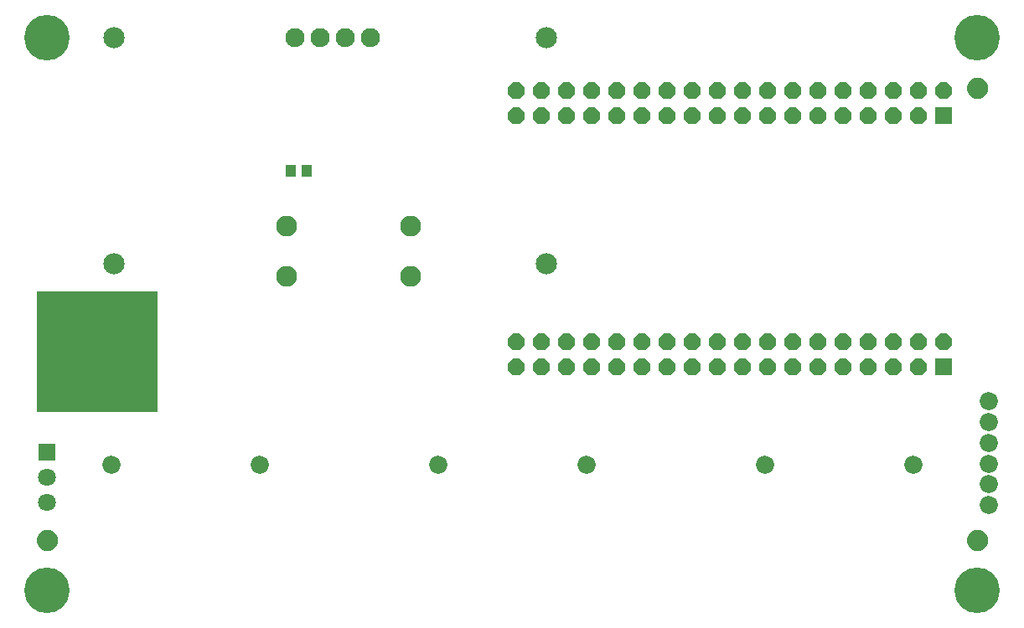
<source format=gbr>
G04 EAGLE Gerber RS-274X export*
G75*
%MOMM*%
%FSLAX34Y34*%
%LPD*%
%INSoldermask Bottom*%
%IPPOS*%
%AMOC8*
5,1,8,0,0,1.08239X$1,22.5*%
G01*
%ADD10R,1.676400X1.676400*%
%ADD11P,1.814519X8X202.500000*%
%ADD12R,1.803400X1.803400*%
%ADD13C,1.803400*%
%ADD14C,2.112400*%
%ADD15C,2.152400*%
%ADD16C,1.930400*%
%ADD17R,1.102359X1.183641*%
%ADD18C,1.832400*%
%ADD19R,12.152400X12.152400*%
%ADD20C,4.597400*%
%ADD21C,0.609600*%
%ADD22C,1.168400*%


D10*
X944200Y263900D03*
D11*
X944200Y289300D03*
X918800Y263900D03*
X918800Y289300D03*
X893400Y263900D03*
X893400Y289300D03*
X868000Y263900D03*
X868000Y289300D03*
X842600Y263900D03*
X842600Y289300D03*
X817200Y263900D03*
X817200Y289300D03*
X791800Y263900D03*
X791800Y289300D03*
X766400Y263900D03*
X766400Y289300D03*
X741000Y263900D03*
X741000Y289300D03*
X715600Y263900D03*
X715600Y289300D03*
X690200Y263900D03*
X690200Y289300D03*
X664800Y263900D03*
X664800Y289300D03*
X639400Y263900D03*
X639400Y289300D03*
X614000Y263900D03*
X614000Y289300D03*
X588600Y263900D03*
X588600Y289300D03*
X563200Y263900D03*
X563200Y289300D03*
X537800Y263900D03*
X537800Y289300D03*
X512400Y263900D03*
X512400Y289300D03*
D10*
X944200Y517900D03*
D11*
X944200Y543300D03*
X918800Y517900D03*
X918800Y543300D03*
X893400Y517900D03*
X893400Y543300D03*
X868000Y517900D03*
X868000Y543300D03*
X842600Y517900D03*
X842600Y543300D03*
X817200Y517900D03*
X817200Y543300D03*
X791800Y517900D03*
X791800Y543300D03*
X766400Y517900D03*
X766400Y543300D03*
X741000Y517900D03*
X741000Y543300D03*
X715600Y517900D03*
X715600Y543300D03*
X690200Y517900D03*
X690200Y543300D03*
X664800Y517900D03*
X664800Y543300D03*
X639400Y517900D03*
X639400Y543300D03*
X614000Y517900D03*
X614000Y543300D03*
X588600Y517900D03*
X588600Y543300D03*
X563200Y517900D03*
X563200Y543300D03*
X537800Y517900D03*
X537800Y543300D03*
X512400Y517900D03*
X512400Y543300D03*
D12*
X38100Y177800D03*
D13*
X38100Y152400D03*
X38100Y127000D03*
D14*
X280400Y406000D03*
X280400Y356000D03*
X405400Y356000D03*
X405400Y406000D03*
D15*
X105410Y368300D03*
X542290Y368300D03*
X105410Y596900D03*
X542290Y596900D03*
D16*
X288290Y596900D03*
X313690Y596900D03*
X339090Y596900D03*
X364490Y596900D03*
D17*
X284099Y462280D03*
X300101Y462280D03*
D18*
X102800Y165100D03*
X252800Y165100D03*
X433000Y165100D03*
X583000Y165100D03*
X763200Y165100D03*
X913200Y165100D03*
X989900Y229300D03*
X989900Y208300D03*
X989900Y187300D03*
X989900Y166300D03*
X989900Y145300D03*
X989900Y124300D03*
D19*
X88900Y279400D03*
D20*
X38100Y38100D03*
X977900Y38100D03*
X38100Y596900D03*
X977900Y596900D03*
D21*
X30480Y88900D02*
X30482Y89087D01*
X30489Y89274D01*
X30501Y89461D01*
X30517Y89647D01*
X30537Y89833D01*
X30562Y90018D01*
X30592Y90203D01*
X30626Y90387D01*
X30665Y90570D01*
X30708Y90752D01*
X30756Y90932D01*
X30808Y91112D01*
X30865Y91290D01*
X30925Y91467D01*
X30991Y91642D01*
X31060Y91816D01*
X31134Y91988D01*
X31212Y92158D01*
X31294Y92326D01*
X31380Y92492D01*
X31470Y92656D01*
X31564Y92817D01*
X31662Y92977D01*
X31764Y93133D01*
X31870Y93288D01*
X31980Y93439D01*
X32093Y93588D01*
X32210Y93734D01*
X32330Y93877D01*
X32454Y94017D01*
X32581Y94154D01*
X32712Y94288D01*
X32846Y94419D01*
X32983Y94546D01*
X33123Y94670D01*
X33266Y94790D01*
X33412Y94907D01*
X33561Y95020D01*
X33712Y95130D01*
X33867Y95236D01*
X34023Y95338D01*
X34183Y95436D01*
X34344Y95530D01*
X34508Y95620D01*
X34674Y95706D01*
X34842Y95788D01*
X35012Y95866D01*
X35184Y95940D01*
X35358Y96009D01*
X35533Y96075D01*
X35710Y96135D01*
X35888Y96192D01*
X36068Y96244D01*
X36248Y96292D01*
X36430Y96335D01*
X36613Y96374D01*
X36797Y96408D01*
X36982Y96438D01*
X37167Y96463D01*
X37353Y96483D01*
X37539Y96499D01*
X37726Y96511D01*
X37913Y96518D01*
X38100Y96520D01*
X38287Y96518D01*
X38474Y96511D01*
X38661Y96499D01*
X38847Y96483D01*
X39033Y96463D01*
X39218Y96438D01*
X39403Y96408D01*
X39587Y96374D01*
X39770Y96335D01*
X39952Y96292D01*
X40132Y96244D01*
X40312Y96192D01*
X40490Y96135D01*
X40667Y96075D01*
X40842Y96009D01*
X41016Y95940D01*
X41188Y95866D01*
X41358Y95788D01*
X41526Y95706D01*
X41692Y95620D01*
X41856Y95530D01*
X42017Y95436D01*
X42177Y95338D01*
X42333Y95236D01*
X42488Y95130D01*
X42639Y95020D01*
X42788Y94907D01*
X42934Y94790D01*
X43077Y94670D01*
X43217Y94546D01*
X43354Y94419D01*
X43488Y94288D01*
X43619Y94154D01*
X43746Y94017D01*
X43870Y93877D01*
X43990Y93734D01*
X44107Y93588D01*
X44220Y93439D01*
X44330Y93288D01*
X44436Y93133D01*
X44538Y92977D01*
X44636Y92817D01*
X44730Y92656D01*
X44820Y92492D01*
X44906Y92326D01*
X44988Y92158D01*
X45066Y91988D01*
X45140Y91816D01*
X45209Y91642D01*
X45275Y91467D01*
X45335Y91290D01*
X45392Y91112D01*
X45444Y90932D01*
X45492Y90752D01*
X45535Y90570D01*
X45574Y90387D01*
X45608Y90203D01*
X45638Y90018D01*
X45663Y89833D01*
X45683Y89647D01*
X45699Y89461D01*
X45711Y89274D01*
X45718Y89087D01*
X45720Y88900D01*
X45718Y88713D01*
X45711Y88526D01*
X45699Y88339D01*
X45683Y88153D01*
X45663Y87967D01*
X45638Y87782D01*
X45608Y87597D01*
X45574Y87413D01*
X45535Y87230D01*
X45492Y87048D01*
X45444Y86868D01*
X45392Y86688D01*
X45335Y86510D01*
X45275Y86333D01*
X45209Y86158D01*
X45140Y85984D01*
X45066Y85812D01*
X44988Y85642D01*
X44906Y85474D01*
X44820Y85308D01*
X44730Y85144D01*
X44636Y84983D01*
X44538Y84823D01*
X44436Y84667D01*
X44330Y84512D01*
X44220Y84361D01*
X44107Y84212D01*
X43990Y84066D01*
X43870Y83923D01*
X43746Y83783D01*
X43619Y83646D01*
X43488Y83512D01*
X43354Y83381D01*
X43217Y83254D01*
X43077Y83130D01*
X42934Y83010D01*
X42788Y82893D01*
X42639Y82780D01*
X42488Y82670D01*
X42333Y82564D01*
X42177Y82462D01*
X42017Y82364D01*
X41856Y82270D01*
X41692Y82180D01*
X41526Y82094D01*
X41358Y82012D01*
X41188Y81934D01*
X41016Y81860D01*
X40842Y81791D01*
X40667Y81725D01*
X40490Y81665D01*
X40312Y81608D01*
X40132Y81556D01*
X39952Y81508D01*
X39770Y81465D01*
X39587Y81426D01*
X39403Y81392D01*
X39218Y81362D01*
X39033Y81337D01*
X38847Y81317D01*
X38661Y81301D01*
X38474Y81289D01*
X38287Y81282D01*
X38100Y81280D01*
X37913Y81282D01*
X37726Y81289D01*
X37539Y81301D01*
X37353Y81317D01*
X37167Y81337D01*
X36982Y81362D01*
X36797Y81392D01*
X36613Y81426D01*
X36430Y81465D01*
X36248Y81508D01*
X36068Y81556D01*
X35888Y81608D01*
X35710Y81665D01*
X35533Y81725D01*
X35358Y81791D01*
X35184Y81860D01*
X35012Y81934D01*
X34842Y82012D01*
X34674Y82094D01*
X34508Y82180D01*
X34344Y82270D01*
X34183Y82364D01*
X34023Y82462D01*
X33867Y82564D01*
X33712Y82670D01*
X33561Y82780D01*
X33412Y82893D01*
X33266Y83010D01*
X33123Y83130D01*
X32983Y83254D01*
X32846Y83381D01*
X32712Y83512D01*
X32581Y83646D01*
X32454Y83783D01*
X32330Y83923D01*
X32210Y84066D01*
X32093Y84212D01*
X31980Y84361D01*
X31870Y84512D01*
X31764Y84667D01*
X31662Y84823D01*
X31564Y84983D01*
X31470Y85144D01*
X31380Y85308D01*
X31294Y85474D01*
X31212Y85642D01*
X31134Y85812D01*
X31060Y85984D01*
X30991Y86158D01*
X30925Y86333D01*
X30865Y86510D01*
X30808Y86688D01*
X30756Y86868D01*
X30708Y87048D01*
X30665Y87230D01*
X30626Y87413D01*
X30592Y87597D01*
X30562Y87782D01*
X30537Y87967D01*
X30517Y88153D01*
X30501Y88339D01*
X30489Y88526D01*
X30482Y88713D01*
X30480Y88900D01*
D22*
X38100Y88900D03*
D21*
X970280Y88900D02*
X970282Y89087D01*
X970289Y89274D01*
X970301Y89461D01*
X970317Y89647D01*
X970337Y89833D01*
X970362Y90018D01*
X970392Y90203D01*
X970426Y90387D01*
X970465Y90570D01*
X970508Y90752D01*
X970556Y90932D01*
X970608Y91112D01*
X970665Y91290D01*
X970725Y91467D01*
X970791Y91642D01*
X970860Y91816D01*
X970934Y91988D01*
X971012Y92158D01*
X971094Y92326D01*
X971180Y92492D01*
X971270Y92656D01*
X971364Y92817D01*
X971462Y92977D01*
X971564Y93133D01*
X971670Y93288D01*
X971780Y93439D01*
X971893Y93588D01*
X972010Y93734D01*
X972130Y93877D01*
X972254Y94017D01*
X972381Y94154D01*
X972512Y94288D01*
X972646Y94419D01*
X972783Y94546D01*
X972923Y94670D01*
X973066Y94790D01*
X973212Y94907D01*
X973361Y95020D01*
X973512Y95130D01*
X973667Y95236D01*
X973823Y95338D01*
X973983Y95436D01*
X974144Y95530D01*
X974308Y95620D01*
X974474Y95706D01*
X974642Y95788D01*
X974812Y95866D01*
X974984Y95940D01*
X975158Y96009D01*
X975333Y96075D01*
X975510Y96135D01*
X975688Y96192D01*
X975868Y96244D01*
X976048Y96292D01*
X976230Y96335D01*
X976413Y96374D01*
X976597Y96408D01*
X976782Y96438D01*
X976967Y96463D01*
X977153Y96483D01*
X977339Y96499D01*
X977526Y96511D01*
X977713Y96518D01*
X977900Y96520D01*
X978087Y96518D01*
X978274Y96511D01*
X978461Y96499D01*
X978647Y96483D01*
X978833Y96463D01*
X979018Y96438D01*
X979203Y96408D01*
X979387Y96374D01*
X979570Y96335D01*
X979752Y96292D01*
X979932Y96244D01*
X980112Y96192D01*
X980290Y96135D01*
X980467Y96075D01*
X980642Y96009D01*
X980816Y95940D01*
X980988Y95866D01*
X981158Y95788D01*
X981326Y95706D01*
X981492Y95620D01*
X981656Y95530D01*
X981817Y95436D01*
X981977Y95338D01*
X982133Y95236D01*
X982288Y95130D01*
X982439Y95020D01*
X982588Y94907D01*
X982734Y94790D01*
X982877Y94670D01*
X983017Y94546D01*
X983154Y94419D01*
X983288Y94288D01*
X983419Y94154D01*
X983546Y94017D01*
X983670Y93877D01*
X983790Y93734D01*
X983907Y93588D01*
X984020Y93439D01*
X984130Y93288D01*
X984236Y93133D01*
X984338Y92977D01*
X984436Y92817D01*
X984530Y92656D01*
X984620Y92492D01*
X984706Y92326D01*
X984788Y92158D01*
X984866Y91988D01*
X984940Y91816D01*
X985009Y91642D01*
X985075Y91467D01*
X985135Y91290D01*
X985192Y91112D01*
X985244Y90932D01*
X985292Y90752D01*
X985335Y90570D01*
X985374Y90387D01*
X985408Y90203D01*
X985438Y90018D01*
X985463Y89833D01*
X985483Y89647D01*
X985499Y89461D01*
X985511Y89274D01*
X985518Y89087D01*
X985520Y88900D01*
X985518Y88713D01*
X985511Y88526D01*
X985499Y88339D01*
X985483Y88153D01*
X985463Y87967D01*
X985438Y87782D01*
X985408Y87597D01*
X985374Y87413D01*
X985335Y87230D01*
X985292Y87048D01*
X985244Y86868D01*
X985192Y86688D01*
X985135Y86510D01*
X985075Y86333D01*
X985009Y86158D01*
X984940Y85984D01*
X984866Y85812D01*
X984788Y85642D01*
X984706Y85474D01*
X984620Y85308D01*
X984530Y85144D01*
X984436Y84983D01*
X984338Y84823D01*
X984236Y84667D01*
X984130Y84512D01*
X984020Y84361D01*
X983907Y84212D01*
X983790Y84066D01*
X983670Y83923D01*
X983546Y83783D01*
X983419Y83646D01*
X983288Y83512D01*
X983154Y83381D01*
X983017Y83254D01*
X982877Y83130D01*
X982734Y83010D01*
X982588Y82893D01*
X982439Y82780D01*
X982288Y82670D01*
X982133Y82564D01*
X981977Y82462D01*
X981817Y82364D01*
X981656Y82270D01*
X981492Y82180D01*
X981326Y82094D01*
X981158Y82012D01*
X980988Y81934D01*
X980816Y81860D01*
X980642Y81791D01*
X980467Y81725D01*
X980290Y81665D01*
X980112Y81608D01*
X979932Y81556D01*
X979752Y81508D01*
X979570Y81465D01*
X979387Y81426D01*
X979203Y81392D01*
X979018Y81362D01*
X978833Y81337D01*
X978647Y81317D01*
X978461Y81301D01*
X978274Y81289D01*
X978087Y81282D01*
X977900Y81280D01*
X977713Y81282D01*
X977526Y81289D01*
X977339Y81301D01*
X977153Y81317D01*
X976967Y81337D01*
X976782Y81362D01*
X976597Y81392D01*
X976413Y81426D01*
X976230Y81465D01*
X976048Y81508D01*
X975868Y81556D01*
X975688Y81608D01*
X975510Y81665D01*
X975333Y81725D01*
X975158Y81791D01*
X974984Y81860D01*
X974812Y81934D01*
X974642Y82012D01*
X974474Y82094D01*
X974308Y82180D01*
X974144Y82270D01*
X973983Y82364D01*
X973823Y82462D01*
X973667Y82564D01*
X973512Y82670D01*
X973361Y82780D01*
X973212Y82893D01*
X973066Y83010D01*
X972923Y83130D01*
X972783Y83254D01*
X972646Y83381D01*
X972512Y83512D01*
X972381Y83646D01*
X972254Y83783D01*
X972130Y83923D01*
X972010Y84066D01*
X971893Y84212D01*
X971780Y84361D01*
X971670Y84512D01*
X971564Y84667D01*
X971462Y84823D01*
X971364Y84983D01*
X971270Y85144D01*
X971180Y85308D01*
X971094Y85474D01*
X971012Y85642D01*
X970934Y85812D01*
X970860Y85984D01*
X970791Y86158D01*
X970725Y86333D01*
X970665Y86510D01*
X970608Y86688D01*
X970556Y86868D01*
X970508Y87048D01*
X970465Y87230D01*
X970426Y87413D01*
X970392Y87597D01*
X970362Y87782D01*
X970337Y87967D01*
X970317Y88153D01*
X970301Y88339D01*
X970289Y88526D01*
X970282Y88713D01*
X970280Y88900D01*
D22*
X977900Y88900D03*
D21*
X970280Y546100D02*
X970282Y546287D01*
X970289Y546474D01*
X970301Y546661D01*
X970317Y546847D01*
X970337Y547033D01*
X970362Y547218D01*
X970392Y547403D01*
X970426Y547587D01*
X970465Y547770D01*
X970508Y547952D01*
X970556Y548132D01*
X970608Y548312D01*
X970665Y548490D01*
X970725Y548667D01*
X970791Y548842D01*
X970860Y549016D01*
X970934Y549188D01*
X971012Y549358D01*
X971094Y549526D01*
X971180Y549692D01*
X971270Y549856D01*
X971364Y550017D01*
X971462Y550177D01*
X971564Y550333D01*
X971670Y550488D01*
X971780Y550639D01*
X971893Y550788D01*
X972010Y550934D01*
X972130Y551077D01*
X972254Y551217D01*
X972381Y551354D01*
X972512Y551488D01*
X972646Y551619D01*
X972783Y551746D01*
X972923Y551870D01*
X973066Y551990D01*
X973212Y552107D01*
X973361Y552220D01*
X973512Y552330D01*
X973667Y552436D01*
X973823Y552538D01*
X973983Y552636D01*
X974144Y552730D01*
X974308Y552820D01*
X974474Y552906D01*
X974642Y552988D01*
X974812Y553066D01*
X974984Y553140D01*
X975158Y553209D01*
X975333Y553275D01*
X975510Y553335D01*
X975688Y553392D01*
X975868Y553444D01*
X976048Y553492D01*
X976230Y553535D01*
X976413Y553574D01*
X976597Y553608D01*
X976782Y553638D01*
X976967Y553663D01*
X977153Y553683D01*
X977339Y553699D01*
X977526Y553711D01*
X977713Y553718D01*
X977900Y553720D01*
X978087Y553718D01*
X978274Y553711D01*
X978461Y553699D01*
X978647Y553683D01*
X978833Y553663D01*
X979018Y553638D01*
X979203Y553608D01*
X979387Y553574D01*
X979570Y553535D01*
X979752Y553492D01*
X979932Y553444D01*
X980112Y553392D01*
X980290Y553335D01*
X980467Y553275D01*
X980642Y553209D01*
X980816Y553140D01*
X980988Y553066D01*
X981158Y552988D01*
X981326Y552906D01*
X981492Y552820D01*
X981656Y552730D01*
X981817Y552636D01*
X981977Y552538D01*
X982133Y552436D01*
X982288Y552330D01*
X982439Y552220D01*
X982588Y552107D01*
X982734Y551990D01*
X982877Y551870D01*
X983017Y551746D01*
X983154Y551619D01*
X983288Y551488D01*
X983419Y551354D01*
X983546Y551217D01*
X983670Y551077D01*
X983790Y550934D01*
X983907Y550788D01*
X984020Y550639D01*
X984130Y550488D01*
X984236Y550333D01*
X984338Y550177D01*
X984436Y550017D01*
X984530Y549856D01*
X984620Y549692D01*
X984706Y549526D01*
X984788Y549358D01*
X984866Y549188D01*
X984940Y549016D01*
X985009Y548842D01*
X985075Y548667D01*
X985135Y548490D01*
X985192Y548312D01*
X985244Y548132D01*
X985292Y547952D01*
X985335Y547770D01*
X985374Y547587D01*
X985408Y547403D01*
X985438Y547218D01*
X985463Y547033D01*
X985483Y546847D01*
X985499Y546661D01*
X985511Y546474D01*
X985518Y546287D01*
X985520Y546100D01*
X985518Y545913D01*
X985511Y545726D01*
X985499Y545539D01*
X985483Y545353D01*
X985463Y545167D01*
X985438Y544982D01*
X985408Y544797D01*
X985374Y544613D01*
X985335Y544430D01*
X985292Y544248D01*
X985244Y544068D01*
X985192Y543888D01*
X985135Y543710D01*
X985075Y543533D01*
X985009Y543358D01*
X984940Y543184D01*
X984866Y543012D01*
X984788Y542842D01*
X984706Y542674D01*
X984620Y542508D01*
X984530Y542344D01*
X984436Y542183D01*
X984338Y542023D01*
X984236Y541867D01*
X984130Y541712D01*
X984020Y541561D01*
X983907Y541412D01*
X983790Y541266D01*
X983670Y541123D01*
X983546Y540983D01*
X983419Y540846D01*
X983288Y540712D01*
X983154Y540581D01*
X983017Y540454D01*
X982877Y540330D01*
X982734Y540210D01*
X982588Y540093D01*
X982439Y539980D01*
X982288Y539870D01*
X982133Y539764D01*
X981977Y539662D01*
X981817Y539564D01*
X981656Y539470D01*
X981492Y539380D01*
X981326Y539294D01*
X981158Y539212D01*
X980988Y539134D01*
X980816Y539060D01*
X980642Y538991D01*
X980467Y538925D01*
X980290Y538865D01*
X980112Y538808D01*
X979932Y538756D01*
X979752Y538708D01*
X979570Y538665D01*
X979387Y538626D01*
X979203Y538592D01*
X979018Y538562D01*
X978833Y538537D01*
X978647Y538517D01*
X978461Y538501D01*
X978274Y538489D01*
X978087Y538482D01*
X977900Y538480D01*
X977713Y538482D01*
X977526Y538489D01*
X977339Y538501D01*
X977153Y538517D01*
X976967Y538537D01*
X976782Y538562D01*
X976597Y538592D01*
X976413Y538626D01*
X976230Y538665D01*
X976048Y538708D01*
X975868Y538756D01*
X975688Y538808D01*
X975510Y538865D01*
X975333Y538925D01*
X975158Y538991D01*
X974984Y539060D01*
X974812Y539134D01*
X974642Y539212D01*
X974474Y539294D01*
X974308Y539380D01*
X974144Y539470D01*
X973983Y539564D01*
X973823Y539662D01*
X973667Y539764D01*
X973512Y539870D01*
X973361Y539980D01*
X973212Y540093D01*
X973066Y540210D01*
X972923Y540330D01*
X972783Y540454D01*
X972646Y540581D01*
X972512Y540712D01*
X972381Y540846D01*
X972254Y540983D01*
X972130Y541123D01*
X972010Y541266D01*
X971893Y541412D01*
X971780Y541561D01*
X971670Y541712D01*
X971564Y541867D01*
X971462Y542023D01*
X971364Y542183D01*
X971270Y542344D01*
X971180Y542508D01*
X971094Y542674D01*
X971012Y542842D01*
X970934Y543012D01*
X970860Y543184D01*
X970791Y543358D01*
X970725Y543533D01*
X970665Y543710D01*
X970608Y543888D01*
X970556Y544068D01*
X970508Y544248D01*
X970465Y544430D01*
X970426Y544613D01*
X970392Y544797D01*
X970362Y544982D01*
X970337Y545167D01*
X970317Y545353D01*
X970301Y545539D01*
X970289Y545726D01*
X970282Y545913D01*
X970280Y546100D01*
D22*
X977900Y546100D03*
M02*

</source>
